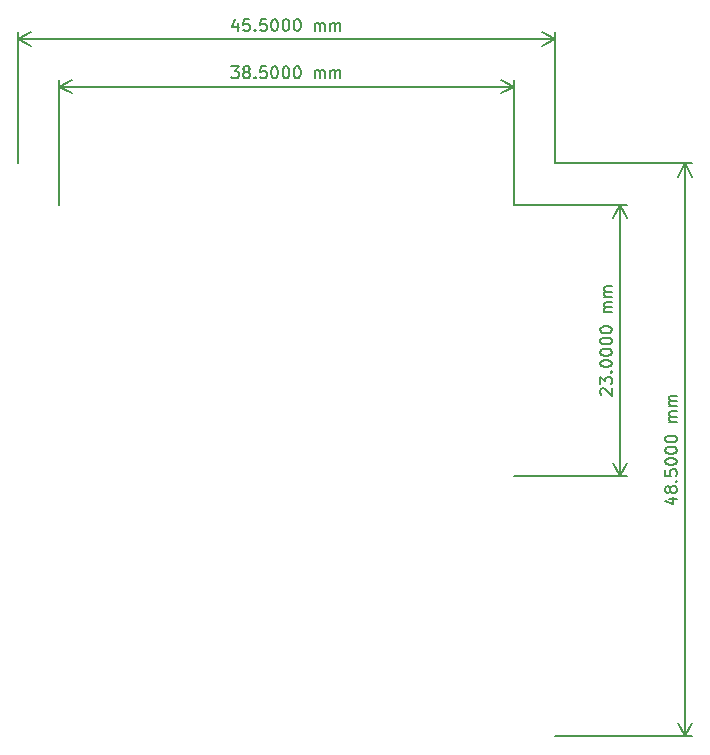
<source format=gbr>
G04 #@! TF.GenerationSoftware,KiCad,Pcbnew,(6.0.1)*
G04 #@! TF.CreationDate,2022-01-19T14:13:58+00:00*
G04 #@! TF.ProjectId,power_supply,706f7765-725f-4737-9570-706c792e6b69,rev?*
G04 #@! TF.SameCoordinates,Original*
G04 #@! TF.FileFunction,Other,ECO1*
%FSLAX46Y46*%
G04 Gerber Fmt 4.6, Leading zero omitted, Abs format (unit mm)*
G04 Created by KiCad (PCBNEW (6.0.1)) date 2022-01-19 14:13:58*
%MOMM*%
%LPD*%
G01*
G04 APERTURE LIST*
%ADD10C,0.150000*%
G04 APERTURE END LIST*
D10*
X207897619Y-131619047D02*
X207850000Y-131571428D01*
X207802380Y-131476190D01*
X207802380Y-131238095D01*
X207850000Y-131142857D01*
X207897619Y-131095238D01*
X207992857Y-131047619D01*
X208088095Y-131047619D01*
X208230952Y-131095238D01*
X208802380Y-131666666D01*
X208802380Y-131047619D01*
X207802380Y-130714285D02*
X207802380Y-130095238D01*
X208183333Y-130428571D01*
X208183333Y-130285714D01*
X208230952Y-130190476D01*
X208278571Y-130142857D01*
X208373809Y-130095238D01*
X208611904Y-130095238D01*
X208707142Y-130142857D01*
X208754761Y-130190476D01*
X208802380Y-130285714D01*
X208802380Y-130571428D01*
X208754761Y-130666666D01*
X208707142Y-130714285D01*
X208707142Y-129666666D02*
X208754761Y-129619047D01*
X208802380Y-129666666D01*
X208754761Y-129714285D01*
X208707142Y-129666666D01*
X208802380Y-129666666D01*
X207802380Y-129000000D02*
X207802380Y-128904761D01*
X207850000Y-128809523D01*
X207897619Y-128761904D01*
X207992857Y-128714285D01*
X208183333Y-128666666D01*
X208421428Y-128666666D01*
X208611904Y-128714285D01*
X208707142Y-128761904D01*
X208754761Y-128809523D01*
X208802380Y-128904761D01*
X208802380Y-129000000D01*
X208754761Y-129095238D01*
X208707142Y-129142857D01*
X208611904Y-129190476D01*
X208421428Y-129238095D01*
X208183333Y-129238095D01*
X207992857Y-129190476D01*
X207897619Y-129142857D01*
X207850000Y-129095238D01*
X207802380Y-129000000D01*
X207802380Y-128047619D02*
X207802380Y-127952380D01*
X207850000Y-127857142D01*
X207897619Y-127809523D01*
X207992857Y-127761904D01*
X208183333Y-127714285D01*
X208421428Y-127714285D01*
X208611904Y-127761904D01*
X208707142Y-127809523D01*
X208754761Y-127857142D01*
X208802380Y-127952380D01*
X208802380Y-128047619D01*
X208754761Y-128142857D01*
X208707142Y-128190476D01*
X208611904Y-128238095D01*
X208421428Y-128285714D01*
X208183333Y-128285714D01*
X207992857Y-128238095D01*
X207897619Y-128190476D01*
X207850000Y-128142857D01*
X207802380Y-128047619D01*
X207802380Y-127095238D02*
X207802380Y-127000000D01*
X207850000Y-126904761D01*
X207897619Y-126857142D01*
X207992857Y-126809523D01*
X208183333Y-126761904D01*
X208421428Y-126761904D01*
X208611904Y-126809523D01*
X208707142Y-126857142D01*
X208754761Y-126904761D01*
X208802380Y-127000000D01*
X208802380Y-127095238D01*
X208754761Y-127190476D01*
X208707142Y-127238095D01*
X208611904Y-127285714D01*
X208421428Y-127333333D01*
X208183333Y-127333333D01*
X207992857Y-127285714D01*
X207897619Y-127238095D01*
X207850000Y-127190476D01*
X207802380Y-127095238D01*
X207802380Y-126142857D02*
X207802380Y-126047619D01*
X207850000Y-125952380D01*
X207897619Y-125904761D01*
X207992857Y-125857142D01*
X208183333Y-125809523D01*
X208421428Y-125809523D01*
X208611904Y-125857142D01*
X208707142Y-125904761D01*
X208754761Y-125952380D01*
X208802380Y-126047619D01*
X208802380Y-126142857D01*
X208754761Y-126238095D01*
X208707142Y-126285714D01*
X208611904Y-126333333D01*
X208421428Y-126380952D01*
X208183333Y-126380952D01*
X207992857Y-126333333D01*
X207897619Y-126285714D01*
X207850000Y-126238095D01*
X207802380Y-126142857D01*
X208802380Y-124619047D02*
X208135714Y-124619047D01*
X208230952Y-124619047D02*
X208183333Y-124571428D01*
X208135714Y-124476190D01*
X208135714Y-124333333D01*
X208183333Y-124238095D01*
X208278571Y-124190476D01*
X208802380Y-124190476D01*
X208278571Y-124190476D02*
X208183333Y-124142857D01*
X208135714Y-124047619D01*
X208135714Y-123904761D01*
X208183333Y-123809523D01*
X208278571Y-123761904D01*
X208802380Y-123761904D01*
X208802380Y-123285714D02*
X208135714Y-123285714D01*
X208230952Y-123285714D02*
X208183333Y-123238095D01*
X208135714Y-123142857D01*
X208135714Y-123000000D01*
X208183333Y-122904761D01*
X208278571Y-122857142D01*
X208802380Y-122857142D01*
X208278571Y-122857142D02*
X208183333Y-122809523D01*
X208135714Y-122714285D01*
X208135714Y-122571428D01*
X208183333Y-122476190D01*
X208278571Y-122428571D01*
X208802380Y-122428571D01*
X200500000Y-138500000D02*
X210086420Y-138500000D01*
X200500000Y-115500000D02*
X210086420Y-115500000D01*
X209500000Y-138500000D02*
X209500000Y-115500000D01*
X209500000Y-138500000D02*
X209500000Y-115500000D01*
X209500000Y-138500000D02*
X210086421Y-137373496D01*
X209500000Y-138500000D02*
X208913579Y-137373496D01*
X209500000Y-115500000D02*
X208913579Y-116626504D01*
X209500000Y-115500000D02*
X210086421Y-116626504D01*
X213635714Y-140392857D02*
X214302380Y-140392857D01*
X213254761Y-140630952D02*
X213969047Y-140869047D01*
X213969047Y-140250000D01*
X213730952Y-139726190D02*
X213683333Y-139821428D01*
X213635714Y-139869047D01*
X213540476Y-139916666D01*
X213492857Y-139916666D01*
X213397619Y-139869047D01*
X213350000Y-139821428D01*
X213302380Y-139726190D01*
X213302380Y-139535714D01*
X213350000Y-139440476D01*
X213397619Y-139392857D01*
X213492857Y-139345238D01*
X213540476Y-139345238D01*
X213635714Y-139392857D01*
X213683333Y-139440476D01*
X213730952Y-139535714D01*
X213730952Y-139726190D01*
X213778571Y-139821428D01*
X213826190Y-139869047D01*
X213921428Y-139916666D01*
X214111904Y-139916666D01*
X214207142Y-139869047D01*
X214254761Y-139821428D01*
X214302380Y-139726190D01*
X214302380Y-139535714D01*
X214254761Y-139440476D01*
X214207142Y-139392857D01*
X214111904Y-139345238D01*
X213921428Y-139345238D01*
X213826190Y-139392857D01*
X213778571Y-139440476D01*
X213730952Y-139535714D01*
X214207142Y-138916666D02*
X214254761Y-138869047D01*
X214302380Y-138916666D01*
X214254761Y-138964285D01*
X214207142Y-138916666D01*
X214302380Y-138916666D01*
X213302380Y-137964285D02*
X213302380Y-138440476D01*
X213778571Y-138488095D01*
X213730952Y-138440476D01*
X213683333Y-138345238D01*
X213683333Y-138107142D01*
X213730952Y-138011904D01*
X213778571Y-137964285D01*
X213873809Y-137916666D01*
X214111904Y-137916666D01*
X214207142Y-137964285D01*
X214254761Y-138011904D01*
X214302380Y-138107142D01*
X214302380Y-138345238D01*
X214254761Y-138440476D01*
X214207142Y-138488095D01*
X213302380Y-137297619D02*
X213302380Y-137202380D01*
X213350000Y-137107142D01*
X213397619Y-137059523D01*
X213492857Y-137011904D01*
X213683333Y-136964285D01*
X213921428Y-136964285D01*
X214111904Y-137011904D01*
X214207142Y-137059523D01*
X214254761Y-137107142D01*
X214302380Y-137202380D01*
X214302380Y-137297619D01*
X214254761Y-137392857D01*
X214207142Y-137440476D01*
X214111904Y-137488095D01*
X213921428Y-137535714D01*
X213683333Y-137535714D01*
X213492857Y-137488095D01*
X213397619Y-137440476D01*
X213350000Y-137392857D01*
X213302380Y-137297619D01*
X213302380Y-136345238D02*
X213302380Y-136250000D01*
X213350000Y-136154761D01*
X213397619Y-136107142D01*
X213492857Y-136059523D01*
X213683333Y-136011904D01*
X213921428Y-136011904D01*
X214111904Y-136059523D01*
X214207142Y-136107142D01*
X214254761Y-136154761D01*
X214302380Y-136250000D01*
X214302380Y-136345238D01*
X214254761Y-136440476D01*
X214207142Y-136488095D01*
X214111904Y-136535714D01*
X213921428Y-136583333D01*
X213683333Y-136583333D01*
X213492857Y-136535714D01*
X213397619Y-136488095D01*
X213350000Y-136440476D01*
X213302380Y-136345238D01*
X213302380Y-135392857D02*
X213302380Y-135297619D01*
X213350000Y-135202380D01*
X213397619Y-135154761D01*
X213492857Y-135107142D01*
X213683333Y-135059523D01*
X213921428Y-135059523D01*
X214111904Y-135107142D01*
X214207142Y-135154761D01*
X214254761Y-135202380D01*
X214302380Y-135297619D01*
X214302380Y-135392857D01*
X214254761Y-135488095D01*
X214207142Y-135535714D01*
X214111904Y-135583333D01*
X213921428Y-135630952D01*
X213683333Y-135630952D01*
X213492857Y-135583333D01*
X213397619Y-135535714D01*
X213350000Y-135488095D01*
X213302380Y-135392857D01*
X214302380Y-133869047D02*
X213635714Y-133869047D01*
X213730952Y-133869047D02*
X213683333Y-133821428D01*
X213635714Y-133726190D01*
X213635714Y-133583333D01*
X213683333Y-133488095D01*
X213778571Y-133440476D01*
X214302380Y-133440476D01*
X213778571Y-133440476D02*
X213683333Y-133392857D01*
X213635714Y-133297619D01*
X213635714Y-133154761D01*
X213683333Y-133059523D01*
X213778571Y-133011904D01*
X214302380Y-133011904D01*
X214302380Y-132535714D02*
X213635714Y-132535714D01*
X213730952Y-132535714D02*
X213683333Y-132488095D01*
X213635714Y-132392857D01*
X213635714Y-132250000D01*
X213683333Y-132154761D01*
X213778571Y-132107142D01*
X214302380Y-132107142D01*
X213778571Y-132107142D02*
X213683333Y-132059523D01*
X213635714Y-131964285D01*
X213635714Y-131821428D01*
X213683333Y-131726190D01*
X213778571Y-131678571D01*
X214302380Y-131678571D01*
X204000000Y-160500000D02*
X215586420Y-160500000D01*
X204000000Y-112000000D02*
X215586420Y-112000000D01*
X215000000Y-160500000D02*
X215000000Y-112000000D01*
X215000000Y-160500000D02*
X215000000Y-112000000D01*
X215000000Y-160500000D02*
X215586421Y-159373496D01*
X215000000Y-160500000D02*
X214413579Y-159373496D01*
X215000000Y-112000000D02*
X214413579Y-113126504D01*
X215000000Y-112000000D02*
X215586421Y-113126504D01*
X176583333Y-103802380D02*
X177202380Y-103802380D01*
X176869047Y-104183333D01*
X177011904Y-104183333D01*
X177107142Y-104230952D01*
X177154761Y-104278571D01*
X177202380Y-104373809D01*
X177202380Y-104611904D01*
X177154761Y-104707142D01*
X177107142Y-104754761D01*
X177011904Y-104802380D01*
X176726190Y-104802380D01*
X176630952Y-104754761D01*
X176583333Y-104707142D01*
X177773809Y-104230952D02*
X177678571Y-104183333D01*
X177630952Y-104135714D01*
X177583333Y-104040476D01*
X177583333Y-103992857D01*
X177630952Y-103897619D01*
X177678571Y-103850000D01*
X177773809Y-103802380D01*
X177964285Y-103802380D01*
X178059523Y-103850000D01*
X178107142Y-103897619D01*
X178154761Y-103992857D01*
X178154761Y-104040476D01*
X178107142Y-104135714D01*
X178059523Y-104183333D01*
X177964285Y-104230952D01*
X177773809Y-104230952D01*
X177678571Y-104278571D01*
X177630952Y-104326190D01*
X177583333Y-104421428D01*
X177583333Y-104611904D01*
X177630952Y-104707142D01*
X177678571Y-104754761D01*
X177773809Y-104802380D01*
X177964285Y-104802380D01*
X178059523Y-104754761D01*
X178107142Y-104707142D01*
X178154761Y-104611904D01*
X178154761Y-104421428D01*
X178107142Y-104326190D01*
X178059523Y-104278571D01*
X177964285Y-104230952D01*
X178583333Y-104707142D02*
X178630952Y-104754761D01*
X178583333Y-104802380D01*
X178535714Y-104754761D01*
X178583333Y-104707142D01*
X178583333Y-104802380D01*
X179535714Y-103802380D02*
X179059523Y-103802380D01*
X179011904Y-104278571D01*
X179059523Y-104230952D01*
X179154761Y-104183333D01*
X179392857Y-104183333D01*
X179488095Y-104230952D01*
X179535714Y-104278571D01*
X179583333Y-104373809D01*
X179583333Y-104611904D01*
X179535714Y-104707142D01*
X179488095Y-104754761D01*
X179392857Y-104802380D01*
X179154761Y-104802380D01*
X179059523Y-104754761D01*
X179011904Y-104707142D01*
X180202380Y-103802380D02*
X180297619Y-103802380D01*
X180392857Y-103850000D01*
X180440476Y-103897619D01*
X180488095Y-103992857D01*
X180535714Y-104183333D01*
X180535714Y-104421428D01*
X180488095Y-104611904D01*
X180440476Y-104707142D01*
X180392857Y-104754761D01*
X180297619Y-104802380D01*
X180202380Y-104802380D01*
X180107142Y-104754761D01*
X180059523Y-104707142D01*
X180011904Y-104611904D01*
X179964285Y-104421428D01*
X179964285Y-104183333D01*
X180011904Y-103992857D01*
X180059523Y-103897619D01*
X180107142Y-103850000D01*
X180202380Y-103802380D01*
X181154761Y-103802380D02*
X181250000Y-103802380D01*
X181345238Y-103850000D01*
X181392857Y-103897619D01*
X181440476Y-103992857D01*
X181488095Y-104183333D01*
X181488095Y-104421428D01*
X181440476Y-104611904D01*
X181392857Y-104707142D01*
X181345238Y-104754761D01*
X181250000Y-104802380D01*
X181154761Y-104802380D01*
X181059523Y-104754761D01*
X181011904Y-104707142D01*
X180964285Y-104611904D01*
X180916666Y-104421428D01*
X180916666Y-104183333D01*
X180964285Y-103992857D01*
X181011904Y-103897619D01*
X181059523Y-103850000D01*
X181154761Y-103802380D01*
X182107142Y-103802380D02*
X182202380Y-103802380D01*
X182297619Y-103850000D01*
X182345238Y-103897619D01*
X182392857Y-103992857D01*
X182440476Y-104183333D01*
X182440476Y-104421428D01*
X182392857Y-104611904D01*
X182345238Y-104707142D01*
X182297619Y-104754761D01*
X182202380Y-104802380D01*
X182107142Y-104802380D01*
X182011904Y-104754761D01*
X181964285Y-104707142D01*
X181916666Y-104611904D01*
X181869047Y-104421428D01*
X181869047Y-104183333D01*
X181916666Y-103992857D01*
X181964285Y-103897619D01*
X182011904Y-103850000D01*
X182107142Y-103802380D01*
X183630952Y-104802380D02*
X183630952Y-104135714D01*
X183630952Y-104230952D02*
X183678571Y-104183333D01*
X183773809Y-104135714D01*
X183916666Y-104135714D01*
X184011904Y-104183333D01*
X184059523Y-104278571D01*
X184059523Y-104802380D01*
X184059523Y-104278571D02*
X184107142Y-104183333D01*
X184202380Y-104135714D01*
X184345238Y-104135714D01*
X184440476Y-104183333D01*
X184488095Y-104278571D01*
X184488095Y-104802380D01*
X184964285Y-104802380D02*
X184964285Y-104135714D01*
X184964285Y-104230952D02*
X185011904Y-104183333D01*
X185107142Y-104135714D01*
X185250000Y-104135714D01*
X185345238Y-104183333D01*
X185392857Y-104278571D01*
X185392857Y-104802380D01*
X185392857Y-104278571D02*
X185440476Y-104183333D01*
X185535714Y-104135714D01*
X185678571Y-104135714D01*
X185773809Y-104183333D01*
X185821428Y-104278571D01*
X185821428Y-104802380D01*
X200500000Y-115500000D02*
X200500000Y-104913580D01*
X162000000Y-115500000D02*
X162000000Y-104913580D01*
X200500000Y-105500000D02*
X162000000Y-105500000D01*
X200500000Y-105500000D02*
X162000000Y-105500000D01*
X200500000Y-105500000D02*
X199373496Y-104913579D01*
X200500000Y-105500000D02*
X199373496Y-106086421D01*
X162000000Y-105500000D02*
X163126504Y-106086421D01*
X162000000Y-105500000D02*
X163126504Y-104913579D01*
X177107142Y-100135714D02*
X177107142Y-100802380D01*
X176869047Y-99754761D02*
X176630952Y-100469047D01*
X177250000Y-100469047D01*
X178107142Y-99802380D02*
X177630952Y-99802380D01*
X177583333Y-100278571D01*
X177630952Y-100230952D01*
X177726190Y-100183333D01*
X177964285Y-100183333D01*
X178059523Y-100230952D01*
X178107142Y-100278571D01*
X178154761Y-100373809D01*
X178154761Y-100611904D01*
X178107142Y-100707142D01*
X178059523Y-100754761D01*
X177964285Y-100802380D01*
X177726190Y-100802380D01*
X177630952Y-100754761D01*
X177583333Y-100707142D01*
X178583333Y-100707142D02*
X178630952Y-100754761D01*
X178583333Y-100802380D01*
X178535714Y-100754761D01*
X178583333Y-100707142D01*
X178583333Y-100802380D01*
X179535714Y-99802380D02*
X179059523Y-99802380D01*
X179011904Y-100278571D01*
X179059523Y-100230952D01*
X179154761Y-100183333D01*
X179392857Y-100183333D01*
X179488095Y-100230952D01*
X179535714Y-100278571D01*
X179583333Y-100373809D01*
X179583333Y-100611904D01*
X179535714Y-100707142D01*
X179488095Y-100754761D01*
X179392857Y-100802380D01*
X179154761Y-100802380D01*
X179059523Y-100754761D01*
X179011904Y-100707142D01*
X180202380Y-99802380D02*
X180297619Y-99802380D01*
X180392857Y-99850000D01*
X180440476Y-99897619D01*
X180488095Y-99992857D01*
X180535714Y-100183333D01*
X180535714Y-100421428D01*
X180488095Y-100611904D01*
X180440476Y-100707142D01*
X180392857Y-100754761D01*
X180297619Y-100802380D01*
X180202380Y-100802380D01*
X180107142Y-100754761D01*
X180059523Y-100707142D01*
X180011904Y-100611904D01*
X179964285Y-100421428D01*
X179964285Y-100183333D01*
X180011904Y-99992857D01*
X180059523Y-99897619D01*
X180107142Y-99850000D01*
X180202380Y-99802380D01*
X181154761Y-99802380D02*
X181250000Y-99802380D01*
X181345238Y-99850000D01*
X181392857Y-99897619D01*
X181440476Y-99992857D01*
X181488095Y-100183333D01*
X181488095Y-100421428D01*
X181440476Y-100611904D01*
X181392857Y-100707142D01*
X181345238Y-100754761D01*
X181250000Y-100802380D01*
X181154761Y-100802380D01*
X181059523Y-100754761D01*
X181011904Y-100707142D01*
X180964285Y-100611904D01*
X180916666Y-100421428D01*
X180916666Y-100183333D01*
X180964285Y-99992857D01*
X181011904Y-99897619D01*
X181059523Y-99850000D01*
X181154761Y-99802380D01*
X182107142Y-99802380D02*
X182202380Y-99802380D01*
X182297619Y-99850000D01*
X182345238Y-99897619D01*
X182392857Y-99992857D01*
X182440476Y-100183333D01*
X182440476Y-100421428D01*
X182392857Y-100611904D01*
X182345238Y-100707142D01*
X182297619Y-100754761D01*
X182202380Y-100802380D01*
X182107142Y-100802380D01*
X182011904Y-100754761D01*
X181964285Y-100707142D01*
X181916666Y-100611904D01*
X181869047Y-100421428D01*
X181869047Y-100183333D01*
X181916666Y-99992857D01*
X181964285Y-99897619D01*
X182011904Y-99850000D01*
X182107142Y-99802380D01*
X183630952Y-100802380D02*
X183630952Y-100135714D01*
X183630952Y-100230952D02*
X183678571Y-100183333D01*
X183773809Y-100135714D01*
X183916666Y-100135714D01*
X184011904Y-100183333D01*
X184059523Y-100278571D01*
X184059523Y-100802380D01*
X184059523Y-100278571D02*
X184107142Y-100183333D01*
X184202380Y-100135714D01*
X184345238Y-100135714D01*
X184440476Y-100183333D01*
X184488095Y-100278571D01*
X184488095Y-100802380D01*
X184964285Y-100802380D02*
X184964285Y-100135714D01*
X184964285Y-100230952D02*
X185011904Y-100183333D01*
X185107142Y-100135714D01*
X185250000Y-100135714D01*
X185345238Y-100183333D01*
X185392857Y-100278571D01*
X185392857Y-100802380D01*
X185392857Y-100278571D02*
X185440476Y-100183333D01*
X185535714Y-100135714D01*
X185678571Y-100135714D01*
X185773809Y-100183333D01*
X185821428Y-100278571D01*
X185821428Y-100802380D01*
X204000000Y-112000000D02*
X204000000Y-100913580D01*
X158500000Y-112000000D02*
X158500000Y-100913580D01*
X204000000Y-101500000D02*
X158500000Y-101500000D01*
X204000000Y-101500000D02*
X158500000Y-101500000D01*
X204000000Y-101500000D02*
X202873496Y-100913579D01*
X204000000Y-101500000D02*
X202873496Y-102086421D01*
X158500000Y-101500000D02*
X159626504Y-102086421D01*
X158500000Y-101500000D02*
X159626504Y-100913579D01*
M02*

</source>
